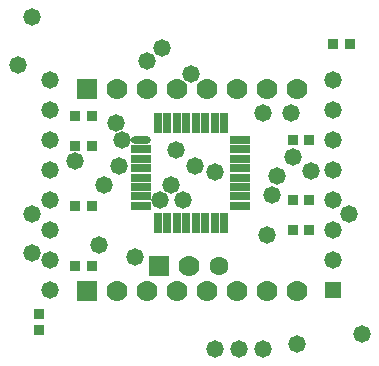
<source format=gts>
%FSLAX23Y23*%
%MOIN*%
G70*
G01*
G75*
%ADD10R,0.030X0.030*%
%ADD11O,0.059X0.018*%
%ADD12R,0.059X0.018*%
%ADD13R,0.018X0.059*%
%ADD14C,0.032*%
%ADD15C,0.015*%
%ADD16C,0.016*%
%ADD17C,0.025*%
%ADD18C,0.008*%
%ADD19R,0.050X0.050*%
%ADD20C,0.050*%
%ADD21C,0.055*%
%ADD22C,0.062*%
%ADD23R,0.062X0.062*%
%ADD24R,0.022X0.079*%
%ADD25O,0.022X0.079*%
%ADD26R,0.060X0.060*%
%ADD27C,0.020*%
%ADD28R,0.038X0.038*%
%ADD29O,0.067X0.026*%
%ADD30R,0.067X0.026*%
%ADD31R,0.026X0.067*%
%ADD32R,0.058X0.058*%
%ADD33C,0.058*%
%ADD34C,0.063*%
%ADD35C,0.070*%
%ADD36R,0.070X0.070*%
D28*
X9925Y8061D02*
D03*
X9870D02*
D03*
X10595Y7981D02*
D03*
X10650D02*
D03*
X10595Y8081D02*
D03*
X10650D02*
D03*
X9925Y8361D02*
D03*
X9870D02*
D03*
X10595Y8281D02*
D03*
X10650D02*
D03*
X9925Y8261D02*
D03*
X9870D02*
D03*
X9925Y7861D02*
D03*
X9870D02*
D03*
X9750Y7646D02*
D03*
Y7701D02*
D03*
X10785Y8601D02*
D03*
X10730D02*
D03*
D29*
X10090Y8281D02*
D03*
D30*
Y8249D02*
D03*
Y8218D02*
D03*
Y8186D02*
D03*
Y8155D02*
D03*
Y8123D02*
D03*
Y8092D02*
D03*
Y8060D02*
D03*
X10420D02*
D03*
Y8092D02*
D03*
Y8123D02*
D03*
Y8155D02*
D03*
Y8186D02*
D03*
Y8218D02*
D03*
Y8249D02*
D03*
Y8281D02*
D03*
D31*
X10145Y8005D02*
D03*
X10176D02*
D03*
X10208D02*
D03*
X10239D02*
D03*
X10271D02*
D03*
X10302D02*
D03*
X10334D02*
D03*
X10365D02*
D03*
Y8336D02*
D03*
X10334D02*
D03*
X10302D02*
D03*
X10271D02*
D03*
X10239D02*
D03*
X10208D02*
D03*
X10176D02*
D03*
X10145D02*
D03*
D32*
X10730Y7781D02*
D03*
D33*
Y7881D02*
D03*
Y7981D02*
D03*
Y8081D02*
D03*
Y8181D02*
D03*
Y8281D02*
D03*
Y8381D02*
D03*
Y8481D02*
D03*
X9785Y7781D02*
D03*
Y7881D02*
D03*
Y7981D02*
D03*
Y8081D02*
D03*
Y8181D02*
D03*
Y8281D02*
D03*
Y8381D02*
D03*
Y8481D02*
D03*
X10825Y7633D02*
D03*
X10542Y8161D02*
D03*
X10782Y8033D02*
D03*
X10158Y8588D02*
D03*
X10270Y8193D02*
D03*
X9726Y8033D02*
D03*
Y8689D02*
D03*
X10654Y8177D02*
D03*
X10510Y7963D02*
D03*
X10027Y8281D02*
D03*
X9870Y8209D02*
D03*
X10153Y8081D02*
D03*
X10190Y8129D02*
D03*
X10070Y7889D02*
D03*
X10230Y8081D02*
D03*
X10006Y8337D02*
D03*
X10595Y8225D02*
D03*
X10334Y7585D02*
D03*
X10254Y8499D02*
D03*
X10110Y8545D02*
D03*
X9678Y8529D02*
D03*
X10334Y8172D02*
D03*
X10206Y8246D02*
D03*
X10414Y7585D02*
D03*
X10590Y8369D02*
D03*
X10494D02*
D03*
X9966Y8129D02*
D03*
X10526Y8097D02*
D03*
X9950Y7931D02*
D03*
X9726Y7905D02*
D03*
X10494Y7585D02*
D03*
X10610Y7601D02*
D03*
X10014Y8193D02*
D03*
D34*
X10350Y7861D02*
D03*
D35*
X10250D02*
D03*
X10010Y8451D02*
D03*
X10110D02*
D03*
X10210D02*
D03*
X10310D02*
D03*
X10410D02*
D03*
X10510D02*
D03*
X10610D02*
D03*
X10010Y7776D02*
D03*
X10110Y7776D02*
D03*
X10210D02*
D03*
X10310D02*
D03*
X10410D02*
D03*
X10510D02*
D03*
X10610D02*
D03*
D36*
X10150Y7861D02*
D03*
X9910Y8451D02*
D03*
Y7776D02*
D03*
M02*

</source>
